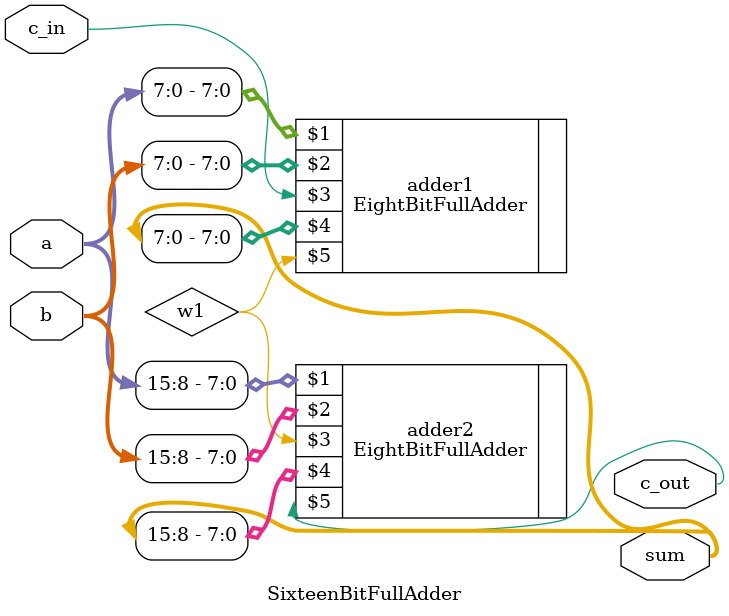
<source format=v>
/* SIxteenBitFullAdder.v

By: Jacob Williamson

Module Description:
A thirty-two bit full adder module

Inputs:
a [15:0] - The first number to be added
b [15:0] - The second number to be added
c_in - Carry in

Outputs:
sum [15:0] - The sum of the two numbers being added
c_out - Carry out

*/

module SixteenBitFullAdder(

	input [15:0] a,
	input [15:0] b,
	input c_in,
	output [15:0] sum,
	output c_out
	
);
	
	wire w1;
	
	EightBitFullAdder adder1(
		a[7:0],
		b[7:0],
		c_in,
		sum[7:0],
		w1
	);
	
	EightBitFullAdder adder2(
		a[15:8],
		b[15:8],
		w1,
		sum[15:8],
		c_out
	);
		

endmodule

</source>
